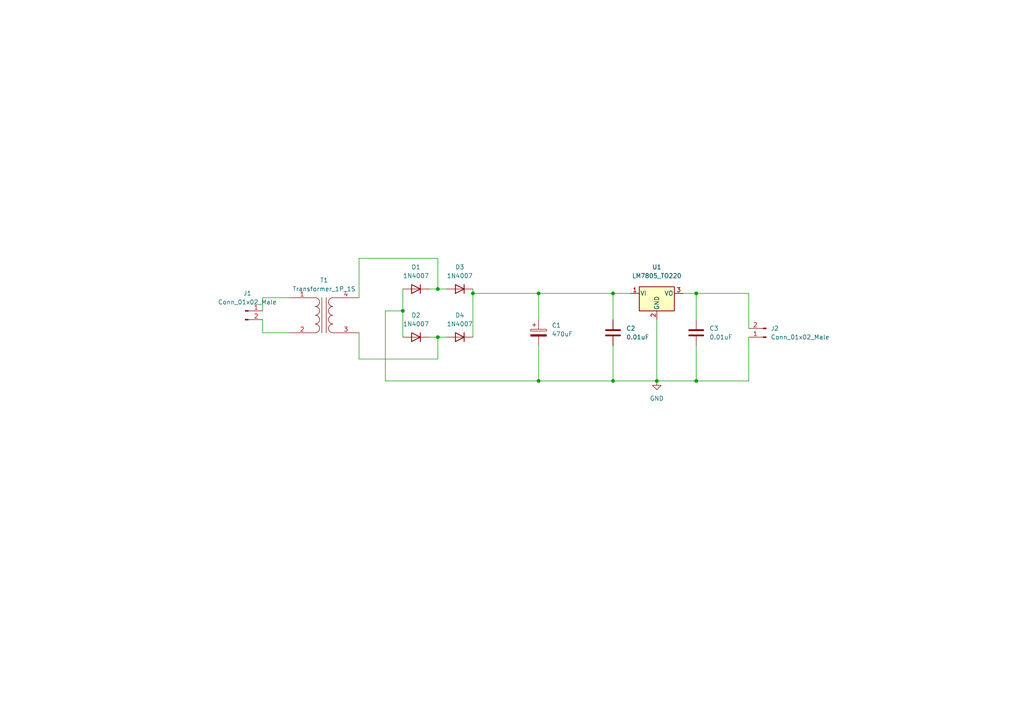
<source format=kicad_sch>
(kicad_sch (version 20211123) (generator eeschema)

  (uuid 9538e4ed-27e6-4c37-b989-9859dc0d49e8)

  (paper "A4")

  (title_block
    (title "DC POWER SUPPLY")
    (date "2022-07-30")
    (rev "V1.0")
    (company "ABILESH")
  )

  (lib_symbols
    (symbol "Connector:Conn_01x02_Male" (pin_names (offset 1.016) hide) (in_bom yes) (on_board yes)
      (property "Reference" "J" (id 0) (at 0 2.54 0)
        (effects (font (size 1.27 1.27)))
      )
      (property "Value" "Conn_01x02_Male" (id 1) (at 0 -5.08 0)
        (effects (font (size 1.27 1.27)))
      )
      (property "Footprint" "" (id 2) (at 0 0 0)
        (effects (font (size 1.27 1.27)) hide)
      )
      (property "Datasheet" "~" (id 3) (at 0 0 0)
        (effects (font (size 1.27 1.27)) hide)
      )
      (property "ki_keywords" "connector" (id 4) (at 0 0 0)
        (effects (font (size 1.27 1.27)) hide)
      )
      (property "ki_description" "Generic connector, single row, 01x02, script generated (kicad-library-utils/schlib/autogen/connector/)" (id 5) (at 0 0 0)
        (effects (font (size 1.27 1.27)) hide)
      )
      (property "ki_fp_filters" "Connector*:*_1x??_*" (id 6) (at 0 0 0)
        (effects (font (size 1.27 1.27)) hide)
      )
      (symbol "Conn_01x02_Male_1_1"
        (polyline
          (pts
            (xy 1.27 -2.54)
            (xy 0.8636 -2.54)
          )
          (stroke (width 0.1524) (type default) (color 0 0 0 0))
          (fill (type none))
        )
        (polyline
          (pts
            (xy 1.27 0)
            (xy 0.8636 0)
          )
          (stroke (width 0.1524) (type default) (color 0 0 0 0))
          (fill (type none))
        )
        (rectangle (start 0.8636 -2.413) (end 0 -2.667)
          (stroke (width 0.1524) (type default) (color 0 0 0 0))
          (fill (type outline))
        )
        (rectangle (start 0.8636 0.127) (end 0 -0.127)
          (stroke (width 0.1524) (type default) (color 0 0 0 0))
          (fill (type outline))
        )
        (pin passive line (at 5.08 0 180) (length 3.81)
          (name "Pin_1" (effects (font (size 1.27 1.27))))
          (number "1" (effects (font (size 1.27 1.27))))
        )
        (pin passive line (at 5.08 -2.54 180) (length 3.81)
          (name "Pin_2" (effects (font (size 1.27 1.27))))
          (number "2" (effects (font (size 1.27 1.27))))
        )
      )
    )
    (symbol "Device:C" (pin_numbers hide) (pin_names (offset 0.254)) (in_bom yes) (on_board yes)
      (property "Reference" "C" (id 0) (at 0.635 2.54 0)
        (effects (font (size 1.27 1.27)) (justify left))
      )
      (property "Value" "C" (id 1) (at 0.635 -2.54 0)
        (effects (font (size 1.27 1.27)) (justify left))
      )
      (property "Footprint" "" (id 2) (at 0.9652 -3.81 0)
        (effects (font (size 1.27 1.27)) hide)
      )
      (property "Datasheet" "~" (id 3) (at 0 0 0)
        (effects (font (size 1.27 1.27)) hide)
      )
      (property "ki_keywords" "cap capacitor" (id 4) (at 0 0 0)
        (effects (font (size 1.27 1.27)) hide)
      )
      (property "ki_description" "Unpolarized capacitor" (id 5) (at 0 0 0)
        (effects (font (size 1.27 1.27)) hide)
      )
      (property "ki_fp_filters" "C_*" (id 6) (at 0 0 0)
        (effects (font (size 1.27 1.27)) hide)
      )
      (symbol "C_0_1"
        (polyline
          (pts
            (xy -2.032 -0.762)
            (xy 2.032 -0.762)
          )
          (stroke (width 0.508) (type default) (color 0 0 0 0))
          (fill (type none))
        )
        (polyline
          (pts
            (xy -2.032 0.762)
            (xy 2.032 0.762)
          )
          (stroke (width 0.508) (type default) (color 0 0 0 0))
          (fill (type none))
        )
      )
      (symbol "C_1_1"
        (pin passive line (at 0 3.81 270) (length 2.794)
          (name "~" (effects (font (size 1.27 1.27))))
          (number "1" (effects (font (size 1.27 1.27))))
        )
        (pin passive line (at 0 -3.81 90) (length 2.794)
          (name "~" (effects (font (size 1.27 1.27))))
          (number "2" (effects (font (size 1.27 1.27))))
        )
      )
    )
    (symbol "Device:C_Polarized" (pin_numbers hide) (pin_names (offset 0.254)) (in_bom yes) (on_board yes)
      (property "Reference" "C" (id 0) (at 0.635 2.54 0)
        (effects (font (size 1.27 1.27)) (justify left))
      )
      (property "Value" "C_Polarized" (id 1) (at 0.635 -2.54 0)
        (effects (font (size 1.27 1.27)) (justify left))
      )
      (property "Footprint" "" (id 2) (at 0.9652 -3.81 0)
        (effects (font (size 1.27 1.27)) hide)
      )
      (property "Datasheet" "~" (id 3) (at 0 0 0)
        (effects (font (size 1.27 1.27)) hide)
      )
      (property "ki_keywords" "cap capacitor" (id 4) (at 0 0 0)
        (effects (font (size 1.27 1.27)) hide)
      )
      (property "ki_description" "Polarized capacitor" (id 5) (at 0 0 0)
        (effects (font (size 1.27 1.27)) hide)
      )
      (property "ki_fp_filters" "CP_*" (id 6) (at 0 0 0)
        (effects (font (size 1.27 1.27)) hide)
      )
      (symbol "C_Polarized_0_1"
        (rectangle (start -2.286 0.508) (end 2.286 1.016)
          (stroke (width 0) (type default) (color 0 0 0 0))
          (fill (type none))
        )
        (polyline
          (pts
            (xy -1.778 2.286)
            (xy -0.762 2.286)
          )
          (stroke (width 0) (type default) (color 0 0 0 0))
          (fill (type none))
        )
        (polyline
          (pts
            (xy -1.27 2.794)
            (xy -1.27 1.778)
          )
          (stroke (width 0) (type default) (color 0 0 0 0))
          (fill (type none))
        )
        (rectangle (start 2.286 -0.508) (end -2.286 -1.016)
          (stroke (width 0) (type default) (color 0 0 0 0))
          (fill (type outline))
        )
      )
      (symbol "C_Polarized_1_1"
        (pin passive line (at 0 3.81 270) (length 2.794)
          (name "~" (effects (font (size 1.27 1.27))))
          (number "1" (effects (font (size 1.27 1.27))))
        )
        (pin passive line (at 0 -3.81 90) (length 2.794)
          (name "~" (effects (font (size 1.27 1.27))))
          (number "2" (effects (font (size 1.27 1.27))))
        )
      )
    )
    (symbol "Device:Transformer_1P_1S" (pin_names (offset 1.016) hide) (in_bom yes) (on_board yes)
      (property "Reference" "T" (id 0) (at 0 6.35 0)
        (effects (font (size 1.27 1.27)))
      )
      (property "Value" "Transformer_1P_1S" (id 1) (at 0 -7.62 0)
        (effects (font (size 1.27 1.27)))
      )
      (property "Footprint" "" (id 2) (at 0 0 0)
        (effects (font (size 1.27 1.27)) hide)
      )
      (property "Datasheet" "~" (id 3) (at 0 0 0)
        (effects (font (size 1.27 1.27)) hide)
      )
      (property "ki_keywords" "transformer coil magnet" (id 4) (at 0 0 0)
        (effects (font (size 1.27 1.27)) hide)
      )
      (property "ki_description" "Transformer, single primary, single secondary" (id 5) (at 0 0 0)
        (effects (font (size 1.27 1.27)) hide)
      )
      (symbol "Transformer_1P_1S_0_1"
        (arc (start -2.54 -5.0546) (mid -1.6599 -4.6901) (end -1.27 -3.81)
          (stroke (width 0) (type default) (color 0 0 0 0))
          (fill (type none))
        )
        (arc (start -2.54 -2.5146) (mid -1.6599 -2.1501) (end -1.27 -1.27)
          (stroke (width 0) (type default) (color 0 0 0 0))
          (fill (type none))
        )
        (arc (start -2.54 0.0254) (mid -1.6599 0.3899) (end -1.27 1.27)
          (stroke (width 0) (type default) (color 0 0 0 0))
          (fill (type none))
        )
        (arc (start -2.54 2.5654) (mid -1.6599 2.9299) (end -1.27 3.81)
          (stroke (width 0) (type default) (color 0 0 0 0))
          (fill (type none))
        )
        (arc (start -1.27 -3.81) (mid -1.642 -2.912) (end -2.54 -2.54)
          (stroke (width 0) (type default) (color 0 0 0 0))
          (fill (type none))
        )
        (arc (start -1.27 -1.27) (mid -1.642 -0.372) (end -2.54 0)
          (stroke (width 0) (type default) (color 0 0 0 0))
          (fill (type none))
        )
        (arc (start -1.27 1.27) (mid -1.642 2.168) (end -2.54 2.54)
          (stroke (width 0) (type default) (color 0 0 0 0))
          (fill (type none))
        )
        (arc (start -1.27 3.81) (mid -1.642 4.708) (end -2.54 5.08)
          (stroke (width 0) (type default) (color 0 0 0 0))
          (fill (type none))
        )
        (polyline
          (pts
            (xy -0.635 5.08)
            (xy -0.635 -5.08)
          )
          (stroke (width 0) (type default) (color 0 0 0 0))
          (fill (type none))
        )
        (polyline
          (pts
            (xy 0.635 -5.08)
            (xy 0.635 5.08)
          )
          (stroke (width 0) (type default) (color 0 0 0 0))
          (fill (type none))
        )
        (arc (start 1.2954 -1.27) (mid 1.6599 -2.1501) (end 2.54 -2.5146)
          (stroke (width 0) (type default) (color 0 0 0 0))
          (fill (type none))
        )
        (arc (start 1.2954 1.27) (mid 1.6599 0.3899) (end 2.54 0.0254)
          (stroke (width 0) (type default) (color 0 0 0 0))
          (fill (type none))
        )
        (arc (start 1.2954 3.81) (mid 1.6599 2.9299) (end 2.54 2.5654)
          (stroke (width 0) (type default) (color 0 0 0 0))
          (fill (type none))
        )
        (arc (start 1.3208 -3.81) (mid 1.6853 -4.6901) (end 2.5654 -5.0546)
          (stroke (width 0) (type default) (color 0 0 0 0))
          (fill (type none))
        )
        (arc (start 2.54 0) (mid 1.642 -0.372) (end 1.2954 -1.27)
          (stroke (width 0) (type default) (color 0 0 0 0))
          (fill (type none))
        )
        (arc (start 2.54 2.54) (mid 1.642 2.168) (end 1.2954 1.27)
          (stroke (width 0) (type default) (color 0 0 0 0))
          (fill (type none))
        )
        (arc (start 2.54 5.08) (mid 1.642 4.708) (end 1.2954 3.81)
          (stroke (width 0) (type default) (color 0 0 0 0))
          (fill (type none))
        )
        (arc (start 2.5654 -2.54) (mid 1.6674 -2.912) (end 1.3208 -3.81)
          (stroke (width 0) (type default) (color 0 0 0 0))
          (fill (type none))
        )
      )
      (symbol "Transformer_1P_1S_1_1"
        (pin passive line (at -10.16 5.08 0) (length 7.62)
          (name "AA" (effects (font (size 1.27 1.27))))
          (number "1" (effects (font (size 1.27 1.27))))
        )
        (pin passive line (at -10.16 -5.08 0) (length 7.62)
          (name "AB" (effects (font (size 1.27 1.27))))
          (number "2" (effects (font (size 1.27 1.27))))
        )
        (pin passive line (at 10.16 -5.08 180) (length 7.62)
          (name "SA" (effects (font (size 1.27 1.27))))
          (number "3" (effects (font (size 1.27 1.27))))
        )
        (pin passive line (at 10.16 5.08 180) (length 7.62)
          (name "SB" (effects (font (size 1.27 1.27))))
          (number "4" (effects (font (size 1.27 1.27))))
        )
      )
    )
    (symbol "Diode:1N4007" (pin_numbers hide) (pin_names (offset 1.016) hide) (in_bom yes) (on_board yes)
      (property "Reference" "D" (id 0) (at 0 2.54 0)
        (effects (font (size 1.27 1.27)))
      )
      (property "Value" "1N4007" (id 1) (at 0 -2.54 0)
        (effects (font (size 1.27 1.27)))
      )
      (property "Footprint" "Diode_THT:D_DO-41_SOD81_P10.16mm_Horizontal" (id 2) (at 0 -4.445 0)
        (effects (font (size 1.27 1.27)) hide)
      )
      (property "Datasheet" "http://www.vishay.com/docs/88503/1n4001.pdf" (id 3) (at 0 0 0)
        (effects (font (size 1.27 1.27)) hide)
      )
      (property "ki_keywords" "diode" (id 4) (at 0 0 0)
        (effects (font (size 1.27 1.27)) hide)
      )
      (property "ki_description" "1000V 1A General Purpose Rectifier Diode, DO-41" (id 5) (at 0 0 0)
        (effects (font (size 1.27 1.27)) hide)
      )
      (property "ki_fp_filters" "D*DO?41*" (id 6) (at 0 0 0)
        (effects (font (size 1.27 1.27)) hide)
      )
      (symbol "1N4007_0_1"
        (polyline
          (pts
            (xy -1.27 1.27)
            (xy -1.27 -1.27)
          )
          (stroke (width 0.254) (type default) (color 0 0 0 0))
          (fill (type none))
        )
        (polyline
          (pts
            (xy 1.27 0)
            (xy -1.27 0)
          )
          (stroke (width 0) (type default) (color 0 0 0 0))
          (fill (type none))
        )
        (polyline
          (pts
            (xy 1.27 1.27)
            (xy 1.27 -1.27)
            (xy -1.27 0)
            (xy 1.27 1.27)
          )
          (stroke (width 0.254) (type default) (color 0 0 0 0))
          (fill (type none))
        )
      )
      (symbol "1N4007_1_1"
        (pin passive line (at -3.81 0 0) (length 2.54)
          (name "K" (effects (font (size 1.27 1.27))))
          (number "1" (effects (font (size 1.27 1.27))))
        )
        (pin passive line (at 3.81 0 180) (length 2.54)
          (name "A" (effects (font (size 1.27 1.27))))
          (number "2" (effects (font (size 1.27 1.27))))
        )
      )
    )
    (symbol "Regulator_Linear:LM7805_TO220" (pin_names (offset 0.254)) (in_bom yes) (on_board yes)
      (property "Reference" "U" (id 0) (at -3.81 3.175 0)
        (effects (font (size 1.27 1.27)))
      )
      (property "Value" "LM7805_TO220" (id 1) (at 0 3.175 0)
        (effects (font (size 1.27 1.27)) (justify left))
      )
      (property "Footprint" "Package_TO_SOT_THT:TO-220-3_Vertical" (id 2) (at 0 5.715 0)
        (effects (font (size 1.27 1.27) italic) hide)
      )
      (property "Datasheet" "https://www.onsemi.cn/PowerSolutions/document/MC7800-D.PDF" (id 3) (at 0 -1.27 0)
        (effects (font (size 1.27 1.27)) hide)
      )
      (property "ki_keywords" "Voltage Regulator 1A Positive" (id 4) (at 0 0 0)
        (effects (font (size 1.27 1.27)) hide)
      )
      (property "ki_description" "Positive 1A 35V Linear Regulator, Fixed Output 5V, TO-220" (id 5) (at 0 0 0)
        (effects (font (size 1.27 1.27)) hide)
      )
      (property "ki_fp_filters" "TO?220*" (id 6) (at 0 0 0)
        (effects (font (size 1.27 1.27)) hide)
      )
      (symbol "LM7805_TO220_0_1"
        (rectangle (start -5.08 1.905) (end 5.08 -5.08)
          (stroke (width 0.254) (type default) (color 0 0 0 0))
          (fill (type background))
        )
      )
      (symbol "LM7805_TO220_1_1"
        (pin power_in line (at -7.62 0 0) (length 2.54)
          (name "VI" (effects (font (size 1.27 1.27))))
          (number "1" (effects (font (size 1.27 1.27))))
        )
        (pin power_in line (at 0 -7.62 90) (length 2.54)
          (name "GND" (effects (font (size 1.27 1.27))))
          (number "2" (effects (font (size 1.27 1.27))))
        )
        (pin power_out line (at 7.62 0 180) (length 2.54)
          (name "VO" (effects (font (size 1.27 1.27))))
          (number "3" (effects (font (size 1.27 1.27))))
        )
      )
    )
    (symbol "power:GND" (power) (pin_names (offset 0)) (in_bom yes) (on_board yes)
      (property "Reference" "#PWR" (id 0) (at 0 -6.35 0)
        (effects (font (size 1.27 1.27)) hide)
      )
      (property "Value" "GND" (id 1) (at 0 -3.81 0)
        (effects (font (size 1.27 1.27)))
      )
      (property "Footprint" "" (id 2) (at 0 0 0)
        (effects (font (size 1.27 1.27)) hide)
      )
      (property "Datasheet" "" (id 3) (at 0 0 0)
        (effects (font (size 1.27 1.27)) hide)
      )
      (property "ki_keywords" "power-flag" (id 4) (at 0 0 0)
        (effects (font (size 1.27 1.27)) hide)
      )
      (property "ki_description" "Power symbol creates a global label with name \"GND\" , ground" (id 5) (at 0 0 0)
        (effects (font (size 1.27 1.27)) hide)
      )
      (symbol "GND_0_1"
        (polyline
          (pts
            (xy 0 0)
            (xy 0 -1.27)
            (xy 1.27 -1.27)
            (xy 0 -2.54)
            (xy -1.27 -1.27)
            (xy 0 -1.27)
          )
          (stroke (width 0) (type default) (color 0 0 0 0))
          (fill (type none))
        )
      )
      (symbol "GND_1_1"
        (pin power_in line (at 0 0 270) (length 0) hide
          (name "GND" (effects (font (size 1.27 1.27))))
          (number "1" (effects (font (size 1.27 1.27))))
        )
      )
    )
  )

  (junction (at 190.5 110.49) (diameter 0) (color 0 0 0 0)
    (uuid 01b4cf6d-525a-4e9c-825a-4bff7b092b9c)
  )
  (junction (at 137.16 85.09) (diameter 0) (color 0 0 0 0)
    (uuid 07088a06-1894-4043-8afd-6bdc057400ce)
  )
  (junction (at 116.84 90.17) (diameter 0) (color 0 0 0 0)
    (uuid 3aeb585b-5b22-403b-8dfc-f2f3df92d40b)
  )
  (junction (at 156.21 85.09) (diameter 0) (color 0 0 0 0)
    (uuid 6dd2e0d3-100d-439f-b6ae-c6ff6f179a34)
  )
  (junction (at 201.93 110.49) (diameter 0) (color 0 0 0 0)
    (uuid 79c3f92e-d24a-43f0-80eb-1fe24cce58d5)
  )
  (junction (at 127 83.82) (diameter 0) (color 0 0 0 0)
    (uuid 7f1f01ac-e5a3-4447-b0fd-9a3f40f5273c)
  )
  (junction (at 177.8 110.49) (diameter 0) (color 0 0 0 0)
    (uuid 80aa51fd-62b7-402e-a25e-efa99ab4b4e2)
  )
  (junction (at 201.93 85.09) (diameter 0) (color 0 0 0 0)
    (uuid a0e8de65-da3b-4ebd-a827-15b001f286d3)
  )
  (junction (at 156.21 110.49) (diameter 0) (color 0 0 0 0)
    (uuid e3a57fa7-2d08-46bb-a64e-43f6fa70d892)
  )
  (junction (at 177.8 85.09) (diameter 0) (color 0 0 0 0)
    (uuid e4e7f92b-762c-4d66-a27a-28f122ae3c86)
  )
  (junction (at 127 97.79) (diameter 0) (color 0 0 0 0)
    (uuid f14bb4ef-adf9-49ab-b66a-2279de964e58)
  )

  (wire (pts (xy 190.5 92.71) (xy 190.5 110.49))
    (stroke (width 0) (type default) (color 0 0 0 0))
    (uuid 01d3944a-eec0-447a-8dfe-662b847ce924)
  )
  (wire (pts (xy 104.14 96.52) (xy 104.14 104.14))
    (stroke (width 0) (type default) (color 0 0 0 0))
    (uuid 0ba5d63e-a4f4-4b2a-9580-1a71f145859d)
  )
  (wire (pts (xy 177.8 110.49) (xy 190.5 110.49))
    (stroke (width 0) (type default) (color 0 0 0 0))
    (uuid 13666052-b7b8-40fe-9c98-93f5909dc61a)
  )
  (wire (pts (xy 177.8 100.33) (xy 177.8 110.49))
    (stroke (width 0) (type default) (color 0 0 0 0))
    (uuid 1d41c405-2cec-4f77-ba67-79fa50f47aaa)
  )
  (wire (pts (xy 156.21 85.09) (xy 156.21 92.71))
    (stroke (width 0) (type default) (color 0 0 0 0))
    (uuid 35396ed3-a583-454a-ac39-d7bec7771e37)
  )
  (wire (pts (xy 177.8 85.09) (xy 177.8 92.71))
    (stroke (width 0) (type default) (color 0 0 0 0))
    (uuid 358641cf-3435-4e31-82ff-2749469d0bd3)
  )
  (wire (pts (xy 156.21 100.33) (xy 156.21 110.49))
    (stroke (width 0) (type default) (color 0 0 0 0))
    (uuid 454e9145-2a49-4a2c-8512-f33abd76b894)
  )
  (wire (pts (xy 137.16 83.82) (xy 137.16 85.09))
    (stroke (width 0) (type default) (color 0 0 0 0))
    (uuid 4d133042-3e40-4001-ac9d-a501a8aafe82)
  )
  (wire (pts (xy 198.12 85.09) (xy 201.93 85.09))
    (stroke (width 0) (type default) (color 0 0 0 0))
    (uuid 509b87f3-0680-48d2-accc-b0aca57e46c9)
  )
  (wire (pts (xy 217.17 97.79) (xy 217.17 110.49))
    (stroke (width 0) (type default) (color 0 0 0 0))
    (uuid 50fffb15-925c-472d-9964-315330e5bc38)
  )
  (wire (pts (xy 137.16 85.09) (xy 137.16 97.79))
    (stroke (width 0) (type default) (color 0 0 0 0))
    (uuid 558d703d-0136-4f46-b122-a0747f584021)
  )
  (wire (pts (xy 127 74.93) (xy 127 83.82))
    (stroke (width 0) (type default) (color 0 0 0 0))
    (uuid 57e10036-27a9-45ae-9f51-c9cbfef788ba)
  )
  (wire (pts (xy 156.21 110.49) (xy 111.76 110.49))
    (stroke (width 0) (type default) (color 0 0 0 0))
    (uuid 59f7f711-b90a-467d-8c25-a003fce127e2)
  )
  (wire (pts (xy 76.2 96.52) (xy 83.82 96.52))
    (stroke (width 0) (type default) (color 0 0 0 0))
    (uuid 612e9728-580f-4711-9e65-492199ccce2e)
  )
  (wire (pts (xy 201.93 85.09) (xy 201.93 92.71))
    (stroke (width 0) (type default) (color 0 0 0 0))
    (uuid 6485fd18-b27b-4a0a-a21a-f7bc14060add)
  )
  (wire (pts (xy 156.21 110.49) (xy 177.8 110.49))
    (stroke (width 0) (type default) (color 0 0 0 0))
    (uuid 65652ed0-7095-4d88-8ecd-acbc0c7980c6)
  )
  (wire (pts (xy 76.2 90.17) (xy 76.2 86.36))
    (stroke (width 0) (type default) (color 0 0 0 0))
    (uuid 66dc524d-06c4-45cb-af92-738a02c04963)
  )
  (wire (pts (xy 111.76 90.17) (xy 116.84 90.17))
    (stroke (width 0) (type default) (color 0 0 0 0))
    (uuid 6b8ad636-177c-4e28-b789-ff47d39863a4)
  )
  (wire (pts (xy 111.76 110.49) (xy 111.76 90.17))
    (stroke (width 0) (type default) (color 0 0 0 0))
    (uuid 6ddd9c3a-a28b-440d-93d1-541d5829b747)
  )
  (wire (pts (xy 124.46 83.82) (xy 127 83.82))
    (stroke (width 0) (type default) (color 0 0 0 0))
    (uuid 79437dcc-c06e-435f-9854-22188424432c)
  )
  (wire (pts (xy 217.17 95.25) (xy 217.17 85.09))
    (stroke (width 0) (type default) (color 0 0 0 0))
    (uuid 824c4775-1589-41f8-a43e-149ac4f7dff3)
  )
  (wire (pts (xy 217.17 85.09) (xy 201.93 85.09))
    (stroke (width 0) (type default) (color 0 0 0 0))
    (uuid 8db310b9-ee1a-44e6-ad04-691505e7ab4b)
  )
  (wire (pts (xy 127 97.79) (xy 129.54 97.79))
    (stroke (width 0) (type default) (color 0 0 0 0))
    (uuid 8df01638-71f8-4306-b374-4c6650ec73ac)
  )
  (wire (pts (xy 127 83.82) (xy 129.54 83.82))
    (stroke (width 0) (type default) (color 0 0 0 0))
    (uuid 9e576ba8-a988-499b-84bd-b988083ca0d5)
  )
  (wire (pts (xy 104.14 86.36) (xy 104.14 74.93))
    (stroke (width 0) (type default) (color 0 0 0 0))
    (uuid a1c529c8-f3d6-42d3-bbe1-df2340b254b8)
  )
  (wire (pts (xy 201.93 110.49) (xy 201.93 100.33))
    (stroke (width 0) (type default) (color 0 0 0 0))
    (uuid b5f780ac-747e-42e0-be43-d231c5eaaae7)
  )
  (wire (pts (xy 190.5 110.49) (xy 201.93 110.49))
    (stroke (width 0) (type default) (color 0 0 0 0))
    (uuid b8322be3-fa3c-4016-8b99-c4e38d332a9c)
  )
  (wire (pts (xy 116.84 90.17) (xy 116.84 97.79))
    (stroke (width 0) (type default) (color 0 0 0 0))
    (uuid bb86ce0a-2d55-49a6-bc67-33da2734097f)
  )
  (wire (pts (xy 104.14 74.93) (xy 127 74.93))
    (stroke (width 0) (type default) (color 0 0 0 0))
    (uuid c08dfba7-5e87-4e40-b568-a9f3aa6cde6d)
  )
  (wire (pts (xy 127 97.79) (xy 127 104.14))
    (stroke (width 0) (type default) (color 0 0 0 0))
    (uuid c18cc1a5-1f3f-485d-a7f6-8fa9503c5bb6)
  )
  (wire (pts (xy 137.16 85.09) (xy 156.21 85.09))
    (stroke (width 0) (type default) (color 0 0 0 0))
    (uuid d00e84f0-6c61-45eb-a4da-132d3348ad7e)
  )
  (wire (pts (xy 76.2 86.36) (xy 83.82 86.36))
    (stroke (width 0) (type default) (color 0 0 0 0))
    (uuid d305b238-f52d-4ffa-beb2-03f6aa93f200)
  )
  (wire (pts (xy 124.46 97.79) (xy 127 97.79))
    (stroke (width 0) (type default) (color 0 0 0 0))
    (uuid d40d28c5-6359-4462-8655-8951db50874d)
  )
  (wire (pts (xy 116.84 83.82) (xy 116.84 90.17))
    (stroke (width 0) (type default) (color 0 0 0 0))
    (uuid d575f245-53c4-44bd-9a1e-edd3b26a8474)
  )
  (wire (pts (xy 104.14 104.14) (xy 127 104.14))
    (stroke (width 0) (type default) (color 0 0 0 0))
    (uuid d637133d-bcc9-4032-95a4-c3057fd2c213)
  )
  (wire (pts (xy 177.8 85.09) (xy 182.88 85.09))
    (stroke (width 0) (type default) (color 0 0 0 0))
    (uuid dd507d1c-e26c-4fff-a8e2-5755ba991a6e)
  )
  (wire (pts (xy 156.21 85.09) (xy 177.8 85.09))
    (stroke (width 0) (type default) (color 0 0 0 0))
    (uuid e2df0977-0530-4f49-8492-7a92d5ed2e6b)
  )
  (wire (pts (xy 76.2 92.71) (xy 76.2 96.52))
    (stroke (width 0) (type default) (color 0 0 0 0))
    (uuid e738289c-fa10-4988-9f1d-372cde655314)
  )
  (wire (pts (xy 217.17 110.49) (xy 201.93 110.49))
    (stroke (width 0) (type default) (color 0 0 0 0))
    (uuid f66c2194-737b-44f9-8bae-192595621796)
  )

  (symbol (lib_id "Diode:1N4007") (at 133.35 83.82 180) (unit 1)
    (in_bom yes) (on_board yes) (fields_autoplaced)
    (uuid 453189d8-9207-4337-a5c8-90e8e2134fa0)
    (property "Reference" "D3" (id 0) (at 133.35 77.47 0))
    (property "Value" "1N4007" (id 1) (at 133.35 80.01 0))
    (property "Footprint" "Diode_THT:D_DO-41_SOD81_P10.16mm_Horizontal" (id 2) (at 133.35 79.375 0)
      (effects (font (size 1.27 1.27)) hide)
    )
    (property "Datasheet" "http://www.vishay.com/docs/88503/1n4001.pdf" (id 3) (at 133.35 83.82 0)
      (effects (font (size 1.27 1.27)) hide)
    )
    (pin "1" (uuid ebe579a1-93fa-4823-a8e3-665b57223f3f))
    (pin "2" (uuid 311be90f-8d86-49a4-9be1-09786024336d))
  )

  (symbol (lib_id "Connector:Conn_01x02_Male") (at 71.12 90.17 0) (unit 1)
    (in_bom yes) (on_board yes) (fields_autoplaced)
    (uuid 6fcebe96-4a0e-4190-ae96-eb55fe3780a0)
    (property "Reference" "J1" (id 0) (at 71.755 85.09 0))
    (property "Value" "" (id 1) (at 71.755 87.63 0))
    (property "Footprint" "" (id 2) (at 71.12 90.17 0)
      (effects (font (size 1.27 1.27)) hide)
    )
    (property "Datasheet" "~" (id 3) (at 71.12 90.17 0)
      (effects (font (size 1.27 1.27)) hide)
    )
    (pin "1" (uuid 760ae96c-02a4-4da7-b6f9-78eb9d27c747))
    (pin "2" (uuid dee62776-4a1d-41d5-857a-ec1849dd3e79))
  )

  (symbol (lib_id "Device:C") (at 177.8 96.52 0) (unit 1)
    (in_bom yes) (on_board yes) (fields_autoplaced)
    (uuid 7049e2d9-608d-4039-83d2-e40d48e5d5e6)
    (property "Reference" "C2" (id 0) (at 181.61 95.2499 0)
      (effects (font (size 1.27 1.27)) (justify left))
    )
    (property "Value" "" (id 1) (at 181.61 97.7899 0)
      (effects (font (size 1.27 1.27)) (justify left))
    )
    (property "Footprint" "" (id 2) (at 178.7652 100.33 0)
      (effects (font (size 1.27 1.27)) hide)
    )
    (property "Datasheet" "~" (id 3) (at 177.8 96.52 0)
      (effects (font (size 1.27 1.27)) hide)
    )
    (pin "1" (uuid a263b9e7-75ff-4736-8644-64f85a4b2e42))
    (pin "2" (uuid 707a5339-fa7a-4b10-86f1-6f511446c3f3))
  )

  (symbol (lib_id "Device:Transformer_1P_1S") (at 93.98 91.44 0) (unit 1)
    (in_bom yes) (on_board yes) (fields_autoplaced)
    (uuid 756c320d-1757-4c24-8d25-eea4479fc01c)
    (property "Reference" "T1" (id 0) (at 93.9927 81.28 0))
    (property "Value" "" (id 1) (at 93.9927 83.82 0))
    (property "Footprint" "" (id 2) (at 93.98 91.44 0)
      (effects (font (size 1.27 1.27)) hide)
    )
    (property "Datasheet" "~" (id 3) (at 93.98 91.44 0)
      (effects (font (size 1.27 1.27)) hide)
    )
    (pin "1" (uuid a12176d4-cccd-4936-bd41-2b7cdce20b70))
    (pin "2" (uuid d5ed5e46-d54a-447d-9f4b-f0768c1fbc9a))
    (pin "3" (uuid a001f9b3-d55c-45e5-82b3-54c3c57f50f4))
    (pin "4" (uuid cef8d6fd-fad1-4b1e-bfe8-44b8b9fd4ec5))
  )

  (symbol (lib_id "Connector:Conn_01x02_Male") (at 222.25 97.79 180) (unit 1)
    (in_bom yes) (on_board yes) (fields_autoplaced)
    (uuid 78257f4a-280b-40c6-bfcd-1a927e7af789)
    (property "Reference" "J2" (id 0) (at 223.52 95.2499 0)
      (effects (font (size 1.27 1.27)) (justify right))
    )
    (property "Value" "Conn_01x02_Male" (id 1) (at 223.52 97.7899 0)
      (effects (font (size 1.27 1.27)) (justify right))
    )
    (property "Footprint" "" (id 2) (at 222.25 97.79 0)
      (effects (font (size 1.27 1.27)) hide)
    )
    (property "Datasheet" "~" (id 3) (at 222.25 97.79 0)
      (effects (font (size 1.27 1.27)) hide)
    )
    (pin "1" (uuid cb770979-c6fc-45d5-9ee2-fef7c1168fba))
    (pin "2" (uuid 2e3350ad-e61a-42d1-857c-c6b31e00a397))
  )

  (symbol (lib_id "Device:C") (at 201.93 96.52 0) (unit 1)
    (in_bom yes) (on_board yes) (fields_autoplaced)
    (uuid 7f0695ce-de90-4fd2-9776-70660639cf41)
    (property "Reference" "C3" (id 0) (at 205.74 95.2499 0)
      (effects (font (size 1.27 1.27)) (justify left))
    )
    (property "Value" "" (id 1) (at 205.74 97.7899 0)
      (effects (font (size 1.27 1.27)) (justify left))
    )
    (property "Footprint" "" (id 2) (at 202.8952 100.33 0)
      (effects (font (size 1.27 1.27)) hide)
    )
    (property "Datasheet" "~" (id 3) (at 201.93 96.52 0)
      (effects (font (size 1.27 1.27)) hide)
    )
    (pin "1" (uuid 3d0b65f4-de7b-48d9-8ac6-df23c917d672))
    (pin "2" (uuid 06c09e7b-c4e2-4fbf-9d0d-e9c28611b9db))
  )

  (symbol (lib_id "Diode:1N4007") (at 120.65 97.79 180) (unit 1)
    (in_bom yes) (on_board yes) (fields_autoplaced)
    (uuid 9b71f55b-772b-4401-a4f9-6f6c5bd054d5)
    (property "Reference" "D2" (id 0) (at 120.65 91.44 0))
    (property "Value" "1N4007" (id 1) (at 120.65 93.98 0))
    (property "Footprint" "Diode_THT:D_DO-41_SOD81_P10.16mm_Horizontal" (id 2) (at 120.65 93.345 0)
      (effects (font (size 1.27 1.27)) hide)
    )
    (property "Datasheet" "http://www.vishay.com/docs/88503/1n4001.pdf" (id 3) (at 120.65 97.79 0)
      (effects (font (size 1.27 1.27)) hide)
    )
    (pin "1" (uuid 6e2c9bcd-b8f7-41cb-8def-5d40c756c22e))
    (pin "2" (uuid ff206ac6-2a32-4ca3-9a3d-c27826adfcdf))
  )

  (symbol (lib_id "power:GND") (at 190.5 110.49 0) (unit 1)
    (in_bom yes) (on_board yes) (fields_autoplaced)
    (uuid 9e0db743-bd26-45ea-b2a8-09ea1a5559ee)
    (property "Reference" "#PWR0101" (id 0) (at 190.5 116.84 0)
      (effects (font (size 1.27 1.27)) hide)
    )
    (property "Value" "" (id 1) (at 190.5 115.57 0))
    (property "Footprint" "" (id 2) (at 190.5 110.49 0)
      (effects (font (size 1.27 1.27)) hide)
    )
    (property "Datasheet" "" (id 3) (at 190.5 110.49 0)
      (effects (font (size 1.27 1.27)) hide)
    )
    (pin "1" (uuid 25deeea3-76f0-4520-b3cc-efab5ebef49b))
  )

  (symbol (lib_id "Diode:1N4007") (at 120.65 83.82 180) (unit 1)
    (in_bom yes) (on_board yes) (fields_autoplaced)
    (uuid b599a67c-09cc-4c41-8156-5cddb3f88557)
    (property "Reference" "D1" (id 0) (at 120.65 77.47 0))
    (property "Value" "" (id 1) (at 120.65 80.01 0))
    (property "Footprint" "" (id 2) (at 120.65 79.375 0)
      (effects (font (size 1.27 1.27)) hide)
    )
    (property "Datasheet" "http://www.vishay.com/docs/88503/1n4001.pdf" (id 3) (at 120.65 83.82 0)
      (effects (font (size 1.27 1.27)) hide)
    )
    (pin "1" (uuid e84ed250-26ef-4d02-a697-f71b3157e93f))
    (pin "2" (uuid 165e1dfc-0b78-4663-a1e5-3052324c3ed0))
  )

  (symbol (lib_id "Device:C_Polarized") (at 156.21 96.52 0) (unit 1)
    (in_bom yes) (on_board yes) (fields_autoplaced)
    (uuid d74e1a03-ae64-4f40-ac82-2f9be6380391)
    (property "Reference" "C1" (id 0) (at 160.02 94.3609 0)
      (effects (font (size 1.27 1.27)) (justify left))
    )
    (property "Value" "" (id 1) (at 160.02 96.9009 0)
      (effects (font (size 1.27 1.27)) (justify left))
    )
    (property "Footprint" "" (id 2) (at 157.1752 100.33 0)
      (effects (font (size 1.27 1.27)) hide)
    )
    (property "Datasheet" "~" (id 3) (at 156.21 96.52 0)
      (effects (font (size 1.27 1.27)) hide)
    )
    (pin "1" (uuid 872c0304-682e-4d13-af08-72f3803e8c56))
    (pin "2" (uuid a1fd7935-6897-43ad-9f13-7007510c3801))
  )

  (symbol (lib_id "Diode:1N4007") (at 133.35 97.79 180) (unit 1)
    (in_bom yes) (on_board yes) (fields_autoplaced)
    (uuid d8f60b31-e0c1-47b9-a629-83fe4150602f)
    (property "Reference" "D4" (id 0) (at 133.35 91.44 0))
    (property "Value" "1N4007" (id 1) (at 133.35 93.98 0))
    (property "Footprint" "Diode_THT:D_DO-41_SOD81_P10.16mm_Horizontal" (id 2) (at 133.35 93.345 0)
      (effects (font (size 1.27 1.27)) hide)
    )
    (property "Datasheet" "http://www.vishay.com/docs/88503/1n4001.pdf" (id 3) (at 133.35 97.79 0)
      (effects (font (size 1.27 1.27)) hide)
    )
    (pin "1" (uuid 4924264c-f9b8-4fe6-9ad3-2cfcd1706360))
    (pin "2" (uuid 3a8836f6-abf1-4bb1-99e8-93a006e47807))
  )

  (symbol (lib_id "Regulator_Linear:LM7805_TO220") (at 190.5 85.09 0) (unit 1)
    (in_bom yes) (on_board yes) (fields_autoplaced)
    (uuid ec14f516-b271-4f17-a15e-a5405a493269)
    (property "Reference" "U1" (id 0) (at 190.5 77.47 0))
    (property "Value" "" (id 1) (at 190.5 80.01 0))
    (property "Footprint" "" (id 2) (at 190.5 79.375 0)
      (effects (font (size 1.27 1.27) italic) hide)
    )
    (property "Datasheet" "https://www.onsemi.cn/PowerSolutions/document/MC7800-D.PDF" (id 3) (at 190.5 86.36 0)
      (effects (font (size 1.27 1.27)) hide)
    )
    (pin "1" (uuid 864a129d-0629-46e8-9e62-27c0225d7fe3))
    (pin "2" (uuid fb77d094-cb82-470a-a52c-4b7707d9939f))
    (pin "3" (uuid b4e98e0c-fe04-414a-992e-b6943950a97a))
  )

  (sheet_instances
    (path "/" (page "1"))
  )

  (symbol_instances
    (path "/9e0db743-bd26-45ea-b2a8-09ea1a5559ee"
      (reference "#PWR0101") (unit 1) (value "GND") (footprint "")
    )
    (path "/d74e1a03-ae64-4f40-ac82-2f9be6380391"
      (reference "C1") (unit 1) (value "470uF") (footprint "Capacitor_THT:CP_Radial_D10.0mm_P3.50mm")
    )
    (path "/7049e2d9-608d-4039-83d2-e40d48e5d5e6"
      (reference "C2") (unit 1) (value "0.01uF") (footprint "Capacitor_THT:CP_Radial_D10.0mm_P3.50mm")
    )
    (path "/7f0695ce-de90-4fd2-9776-70660639cf41"
      (reference "C3") (unit 1) (value "0.01uF") (footprint "Capacitor_THT:CP_Radial_D10.0mm_P3.50mm")
    )
    (path "/b599a67c-09cc-4c41-8156-5cddb3f88557"
      (reference "D1") (unit 1) (value "1N4007") (footprint "Diode_THT:D_DO-41_SOD81_P10.16mm_Horizontal")
    )
    (path "/9b71f55b-772b-4401-a4f9-6f6c5bd054d5"
      (reference "D2") (unit 1) (value "1N4007") (footprint "Diode_THT:D_DO-41_SOD81_P10.16mm_Horizontal")
    )
    (path "/453189d8-9207-4337-a5c8-90e8e2134fa0"
      (reference "D3") (unit 1) (value "1N4007") (footprint "Diode_THT:D_DO-41_SOD81_P10.16mm_Horizontal")
    )
    (path "/d8f60b31-e0c1-47b9-a629-83fe4150602f"
      (reference "D4") (unit 1) (value "1N4007") (footprint "Diode_THT:D_DO-41_SOD81_P10.16mm_Horizontal")
    )
    (path "/6fcebe96-4a0e-4190-ae96-eb55fe3780a0"
      (reference "J1") (unit 1) (value "Conn_01x02_Male") (footprint "Connector_PinHeader_1.27mm:PinHeader_1x02_P1.27mm_Vertical")
    )
    (path "/78257f4a-280b-40c6-bfcd-1a927e7af789"
      (reference "J2") (unit 1) (value "Conn_01x02_Male") (footprint "Connector_PinHeader_1.27mm:PinHeader_1x02_P1.27mm_Vertical")
    )
    (path "/756c320d-1757-4c24-8d25-eea4479fc01c"
      (reference "T1") (unit 1) (value "Transformer_1P_1S") (footprint "Transformer_THT:Transformer_NF_ETAL_1-1_P1200")
    )
    (path "/ec14f516-b271-4f17-a15e-a5405a493269"
      (reference "U1") (unit 1) (value "LM7805_TO220") (footprint "Package_TO_SOT_THT:TO-220-3_Vertical")
    )
  )
)

</source>
